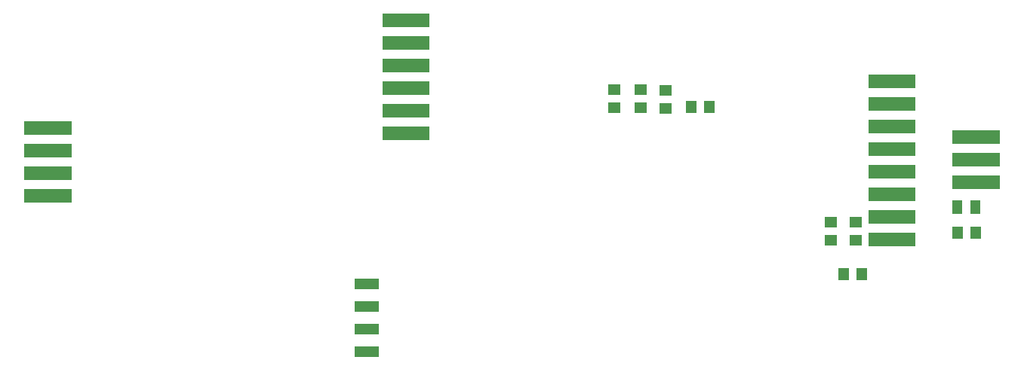
<source format=gtp>
G04 Layer: TopPasteMaskLayer*
G04 EasyEDA v6.4.31, 2022-02-02 03:50:30*
G04 0b916ec405ec4e9094bbf8359c402fb2,658f5e24285b455797eae137c281a567,10*
G04 Gerber Generator version 0.2*
G04 Scale: 100 percent, Rotated: No, Reflected: No *
G04 Dimensions in millimeters *
G04 leading zeros omitted , absolute positions ,4 integer and 5 decimal *
%FSLAX45Y45*%
%MOMM*%

%ADD14R,1.4500X1.1600*%
%ADD15R,2.7991X1.3005*%
%ADD16R,1.1600X1.4699*%
%ADD17R,1.1600X1.4500*%
%ADD18R,1.4699X1.1600*%

%LPD*%
G36*
X10889239Y-1036320D02*
G01*
X11417040Y-1036320D01*
X11417040Y-1188720D01*
X10889239Y-1188720D01*
G37*
G36*
X10889239Y-1290320D02*
G01*
X11417040Y-1290320D01*
X11417040Y-1442720D01*
X10889239Y-1442720D01*
G37*
G36*
X10889239Y-1544320D02*
G01*
X11417040Y-1544320D01*
X11417040Y-1696720D01*
X10889239Y-1696720D01*
G37*
G36*
X475239Y-934720D02*
G01*
X1003040Y-934720D01*
X1003040Y-1087120D01*
X475239Y-1087120D01*
G37*
G36*
X475239Y-1188720D02*
G01*
X1003040Y-1188720D01*
X1003040Y-1341120D01*
X475239Y-1341120D01*
G37*
G36*
X475239Y-1442720D02*
G01*
X1003040Y-1442720D01*
X1003040Y-1595120D01*
X475239Y-1595120D01*
G37*
G36*
X475239Y-1696720D02*
G01*
X1003040Y-1696720D01*
X1003040Y-1849120D01*
X475239Y-1849120D01*
G37*
D14*
G01*
X9801859Y-2268220D03*
G01*
X9801859Y-2065020D03*
G01*
X9527540Y-2270760D03*
G01*
X9527540Y-2067560D03*
G36*
X9946899Y-403860D02*
G01*
X10474700Y-403860D01*
X10474700Y-556260D01*
X9946899Y-556260D01*
G37*
G36*
X9946899Y-657860D02*
G01*
X10474700Y-657860D01*
X10474700Y-810260D01*
X9946899Y-810260D01*
G37*
G36*
X9946899Y-911860D02*
G01*
X10474700Y-911860D01*
X10474700Y-1064260D01*
X9946899Y-1064260D01*
G37*
G36*
X9946899Y-1165860D02*
G01*
X10474700Y-1165860D01*
X10474700Y-1318260D01*
X9946899Y-1318260D01*
G37*
G36*
X9946899Y-1419860D02*
G01*
X10474700Y-1419860D01*
X10474700Y-1572260D01*
X9946899Y-1572260D01*
G37*
G36*
X9946899Y-1673860D02*
G01*
X10474700Y-1673860D01*
X10474700Y-1826260D01*
X9946899Y-1826260D01*
G37*
G36*
X9946899Y-1927860D02*
G01*
X10474700Y-1927860D01*
X10474700Y-2080260D01*
X9946899Y-2080260D01*
G37*
G36*
X9946899Y-2181860D02*
G01*
X10474700Y-2181860D01*
X10474700Y-2334260D01*
X9946899Y-2334260D01*
G37*
G36*
X4493519Y276199D02*
G01*
X5021320Y276199D01*
X5021320Y123799D01*
X4493519Y123799D01*
G37*
G36*
X4493519Y22199D02*
G01*
X5021320Y22199D01*
X5021320Y-130200D01*
X4493519Y-130200D01*
G37*
G36*
X4493519Y-231800D02*
G01*
X5021320Y-231800D01*
X5021320Y-384200D01*
X4493519Y-384200D01*
G37*
G36*
X4493519Y-485800D02*
G01*
X5021320Y-485800D01*
X5021320Y-638200D01*
X4493519Y-638200D01*
G37*
G36*
X4493519Y-739800D02*
G01*
X5021320Y-739800D01*
X5021320Y-892200D01*
X4493519Y-892200D01*
G37*
G36*
X4493519Y-993800D02*
G01*
X5021320Y-993800D01*
X5021320Y-1146200D01*
X4493519Y-1146200D01*
G37*
D15*
G01*
X4315459Y-3520439D03*
G01*
X4315459Y-3266439D03*
G01*
X4315459Y-3012439D03*
G01*
X4315459Y-2758439D03*
D16*
G01*
X9872979Y-2651760D03*
G01*
X9669779Y-2651760D03*
D14*
G01*
X7386320Y-579120D03*
G01*
X7386320Y-782320D03*
D17*
G01*
X11148059Y-2184400D03*
G01*
X10944859Y-2184400D03*
G36*
X10884319Y-1824880D02*
G01*
X11000320Y-1824880D01*
X11000320Y-1969879D01*
X10884319Y-1969879D01*
G37*
G36*
X11087519Y-1824880D02*
G01*
X11203520Y-1824880D01*
X11203520Y-1969879D01*
X11087519Y-1969879D01*
G37*
D14*
G01*
X7096759Y-579120D03*
G01*
X7096759Y-782320D03*
D18*
G01*
X7673340Y-584225D03*
G01*
X7673340Y-787425D03*
D16*
G01*
X8158479Y-774700D03*
G01*
X7955279Y-774700D03*
M02*

</source>
